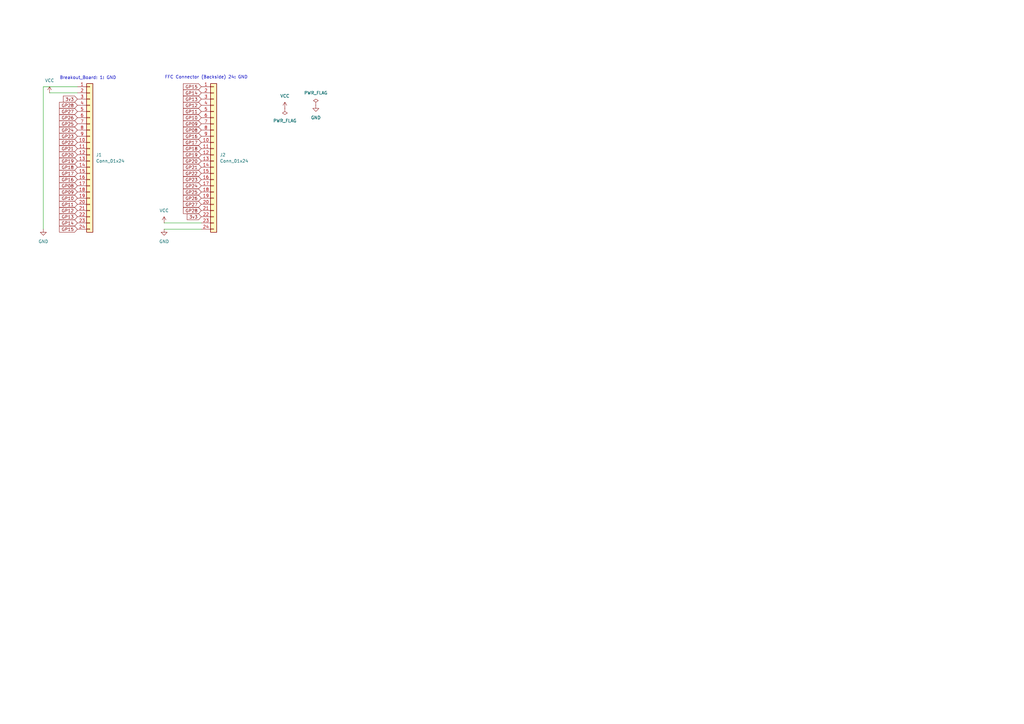
<source format=kicad_sch>
(kicad_sch (version 20250114) (generator "eeschema") (generator_version "9.0")
  (paper "A3")
  (lib_symbols
    (symbol "Connector_Generic:Conn_01x24" (pin_names (offset 1.016) (hide yes))
      (property "Reference" "J" (at 0 30.48 0))
      (property "Value" "Conn_01x24" (at 0 -33.02 0))
      (symbol "Conn_01x24_1_1"
        (rectangle (start -1.27 29.21) (end 1.27 -31.75) (stroke (width 0.254)) (fill (type background)))
        (rectangle (start -1.27 28.067) (end 0 27.813) (stroke (width 0.1524)))
        (rectangle (start -1.27 25.527) (end 0 25.273) (stroke (width 0.1524)))
        (rectangle (start -1.27 22.987) (end 0 22.733) (stroke (width 0.1524)))
        (rectangle (start -1.27 20.447) (end 0 20.193) (stroke (width 0.1524)))
        (rectangle (start -1.27 17.907) (end 0 17.653) (stroke (width 0.1524)))
        (rectangle (start -1.27 15.367) (end 0 15.113) (stroke (width 0.1524)))
        (rectangle (start -1.27 12.827) (end 0 12.573) (stroke (width 0.1524)))
        (rectangle (start -1.27 10.287) (end 0 10.033) (stroke (width 0.1524)))
        (rectangle (start -1.27 7.747) (end 0 7.493) (stroke (width 0.1524)))
        (rectangle (start -1.27 5.207) (end 0 4.953) (stroke (width 0.1524)))
        (rectangle (start -1.27 2.667) (end 0 2.413) (stroke (width 0.1524)))
        (rectangle (start -1.27 0.127) (end 0 -0.127) (stroke (width 0.1524)))
        (rectangle (start -1.27 -2.413) (end 0 -2.667) (stroke (width 0.1524)))
        (rectangle (start -1.27 -4.953) (end 0 -5.207) (stroke (width 0.1524)))
        (rectangle (start -1.27 -7.493) (end 0 -7.747) (stroke (width 0.1524)))
        (rectangle (start -1.27 -10.033) (end 0 -10.287) (stroke (width 0.1524)))
        (rectangle (start -1.27 -12.573) (end 0 -12.827) (stroke (width 0.1524)))
        (rectangle (start -1.27 -15.113) (end 0 -15.367) (stroke (width 0.1524)))
        (rectangle (start -1.27 -17.653) (end 0 -17.907) (stroke (width 0.1524)))
        (rectangle (start -1.27 -20.193) (end 0 -20.447) (stroke (width 0.1524)))
        (rectangle (start -1.27 -22.733) (end 0 -22.987) (stroke (width 0.1524)))
        (rectangle (start -1.27 -25.273) (end 0 -25.527) (stroke (width 0.1524)))
        (rectangle (start -1.27 -27.813) (end 0 -28.067) (stroke (width 0.1524)))
        (rectangle (start -1.27 -30.353) (end 0 -30.607) (stroke (width 0.1524)))
        (pin passive line (at -5.08 27.94 0) (length 3.81) (name "Pin_1") (number "1"))
        (pin passive line (at -5.08 25.4 0) (length 3.81) (name "Pin_2") (number "2"))
        (pin passive line (at -5.08 22.86 0) (length 3.81) (name "Pin_3") (number "3"))
        (pin passive line (at -5.08 20.32 0) (length 3.81) (name "Pin_4") (number "4"))
        (pin passive line (at -5.08 17.78 0) (length 3.81) (name "Pin_5") (number "5"))
        (pin passive line (at -5.08 15.24 0) (length 3.81) (name "Pin_6") (number "6"))
        (pin passive line (at -5.08 12.7 0) (length 3.81) (name "Pin_7") (number "7"))
        (pin passive line (at -5.08 10.16 0) (length 3.81) (name "Pin_8") (number "8"))
        (pin passive line (at -5.08 7.62 0) (length 3.81) (name "Pin_9") (number "9"))
        (pin passive line (at -5.08 5.08 0) (length 3.81) (name "Pin_10") (number "10"))
        (pin passive line (at -5.08 2.54 0) (length 3.81) (name "Pin_11") (number "11"))
        (pin passive line (at -5.08 0 0) (length 3.81) (name "Pin_12") (number "12"))
        (pin passive line (at -5.08 -2.54 0) (length 3.81) (name "Pin_13") (number "13"))
        (pin passive line (at -5.08 -5.08 0) (length 3.81) (name "Pin_14") (number "14"))
        (pin passive line (at -5.08 -7.62 0) (length 3.81) (name "Pin_15") (number "15"))
        (pin passive line (at -5.08 -10.16 0) (length 3.81) (name "Pin_16") (number "16"))
        (pin passive line (at -5.08 -12.7 0) (length 3.81) (name "Pin_17") (number "17"))
        (pin passive line (at -5.08 -15.24 0) (length 3.81) (name "Pin_18") (number "18"))
        (pin passive line (at -5.08 -17.78 0) (length 3.81) (name "Pin_19") (number "19"))
        (pin passive line (at -5.08 -20.32 0) (length 3.81) (name "Pin_20") (number "20"))
        (pin passive line (at -5.08 -22.86 0) (length 3.81) (name "Pin_21") (number "21"))
        (pin passive line (at -5.08 -25.4 0) (length 3.81) (name "Pin_22") (number "22"))
        (pin passive line (at -5.08 -27.94 0) (length 3.81) (name "Pin_23") (number "23"))
        (pin passive line (at -5.08 -30.48 0) (length 3.81) (name "Pin_24") (number "24"))
      )
    )
    (symbol "power:GND" (power) (pin_numbers (hide yes)) (pin_names (offset 0) (hide yes))
      (property "Value" "GND" (at 0 -3.81 0))
      (symbol "GND_0_1"
        (polyline (pts (xy 0 0) (xy 0 -1.27) (xy 1.27 -1.27) (xy 0 -2.54) (xy -1.27 -1.27) (xy 0 -1.27)))
      )
      (symbol "GND_1_1"
        (pin power_in line (at 0 0 270) (length 0) (name "~") (number "1"))
      )
    )
    (symbol "power:PWR_FLAG" (power) (pin_numbers (hide yes)) (pin_names (offset 0) (hide yes))
      (property "Value" "PWR_FLAG" (at 0 3.81 0))
      (symbol "PWR_FLAG_0_0"
        (pin power_out line (at 0 0 90) (length 0) (name "~") (number "1"))
      )
      (symbol "PWR_FLAG_0_1"
        (polyline (pts (xy 0 0) (xy 0 1.27) (xy -1.016 1.905) (xy 0 2.54) (xy 1.016 1.905) (xy 0 1.27)))
      )
    )
    (symbol "power:VCC" (power) (pin_numbers (hide yes)) (pin_names (offset 0) (hide yes))
      (property "Value" "VCC" (at 0 3.556 0))
      (symbol "VCC_0_1"
        (polyline (pts (xy -0.762 1.27) (xy 0 2.54)))
        (polyline (pts (xy 0 2.54) (xy 0.762 1.27)))
        (polyline (pts (xy 0 0) (xy 0 2.54)))
      )
      (symbol "VCC_1_1"
        (pin power_in line (at 0 0 90) (length 0) (name "~") (number "1"))
      )
    )
  )
  (text "Breakout_Board: 1: GND" (at 36.068 32.004 0) (effects (font (size 1.27 1.27))))
  (text "FFC Connector (Backside) 24: GND" (at 84.582 31.75 0) (effects (font (size 1.27 1.27))))
  (wire (pts (xy 20.32 38.1) (xy 31.75 38.1)))
  (wire (pts (xy 31.75 35.56) (xy 17.78 35.56)))
  (wire (pts (xy 17.78 35.56) (xy 17.78 93.98)))
  (wire (pts (xy 67.31 91.44) (xy 82.55 91.44)))
  (wire (pts (xy 67.31 93.98) (xy 82.55 93.98)))
  (global_label "GP28" (shape input) (at 82.55 86.36 180) (property "Intersheetrefs" "${INTERSHEET_REFS}" (effects (hide yes))))
  (global_label "GP11" (shape input) (at 82.55 45.72 180) (property "Intersheetrefs" "${INTERSHEET_REFS}" (effects (hide yes))))
  (global_label "GP20" (shape input) (at 31.75 63.5 180) (property "Intersheetrefs" "${INTERSHEET_REFS}" (effects (hide yes))))
  (global_label "GP16" (shape input) (at 82.55 55.88 180) (property "Intersheetrefs" "${INTERSHEET_REFS}" (effects (hide yes))))
  (global_label "GP13" (shape input) (at 31.75 88.9 180) (property "Intersheetrefs" "${INTERSHEET_REFS}" (effects (hide yes))))
  (global_label "GP10" (shape input) (at 31.75 81.28 180) (property "Intersheetrefs" "${INTERSHEET_REFS}" (effects (hide yes))))
  (global_label "GP23" (shape input) (at 31.75 55.88 180) (property "Intersheetrefs" "${INTERSHEET_REFS}" (effects (hide yes))))
  (global_label "GP08" (shape input) (at 82.55 53.34 180) (property "Intersheetrefs" "${INTERSHEET_REFS}" (effects (hide yes))))
  (global_label "GP12" (shape input) (at 82.55 43.18 180) (property "Intersheetrefs" "${INTERSHEET_REFS}" (effects (hide yes))))
  (global_label "GP11" (shape input) (at 31.75 83.82 180) (property "Intersheetrefs" "${INTERSHEET_REFS}" (effects (hide yes))))
  (global_label "GP22" (shape input) (at 82.55 71.12 180) (property "Intersheetrefs" "${INTERSHEET_REFS}" (effects (hide yes))))
  (global_label "3v3" (shape input) (at 31.75 40.64 180) (property "Intersheetrefs" "${INTERSHEET_REFS}" (effects (hide yes))))
  (global_label "GP25" (shape input) (at 82.55 78.74 180) (property "Intersheetrefs" "${INTERSHEET_REFS}" (effects (hide yes))))
  (global_label "GP18" (shape input) (at 82.55 60.96 180) (property "Intersheetrefs" "${INTERSHEET_REFS}" (effects (hide yes))))
  (global_label "GP12" (shape input) (at 31.75 86.36 180) (property "Intersheetrefs" "${INTERSHEET_REFS}" (effects (hide yes))))
  (global_label "GP24" (shape input) (at 31.75 53.34 180) (property "Intersheetrefs" "${INTERSHEET_REFS}" (effects (hide yes))))
  (global_label "GP20" (shape input) (at 82.55 66.04 180) (property "Intersheetrefs" "${INTERSHEET_REFS}" (effects (hide yes))))
  (global_label "3v3" (shape input) (at 82.55 88.9 180) (property "Intersheetrefs" "${INTERSHEET_REFS}" (effects (hide yes))))
  (global_label "GP28" (shape input) (at 31.75 43.18 180) (property "Intersheetrefs" "${INTERSHEET_REFS}" (effects (hide yes))))
  (global_label "GP08" (shape input) (at 31.75 76.2 180) (property "Intersheetrefs" "${INTERSHEET_REFS}" (effects (hide yes))))
  (global_label "GP17" (shape input) (at 31.75 71.12 180) (property "Intersheetrefs" "${INTERSHEET_REFS}" (effects (hide yes))))
  (global_label "GP16" (shape input) (at 31.75 73.66 180) (property "Intersheetrefs" "${INTERSHEET_REFS}" (effects (hide yes))))
  (global_label "GP19" (shape input) (at 82.55 63.5 180) (property "Intersheetrefs" "${INTERSHEET_REFS}" (effects (hide yes))))
  (global_label "GP22" (shape input) (at 31.75 58.42 180) (property "Intersheetrefs" "${INTERSHEET_REFS}" (effects (hide yes))))
  (global_label "GP19" (shape input) (at 31.75 66.04 180) (property "Intersheetrefs" "${INTERSHEET_REFS}" (effects (hide yes))))
  (global_label "GP14" (shape input) (at 82.55 38.1 180) (property "Intersheetrefs" "${INTERSHEET_REFS}" (effects (hide yes))))
  (global_label "GP13" (shape input) (at 82.55 40.64 180) (property "Intersheetrefs" "${INTERSHEET_REFS}" (effects (hide yes))))
  (global_label "GP18" (shape input) (at 31.75 68.58 180) (property "Intersheetrefs" "${INTERSHEET_REFS}" (effects (hide yes))))
  (global_label "GP25" (shape input) (at 31.75 50.8 180) (property "Intersheetrefs" "${INTERSHEET_REFS}" (effects (hide yes))))
  (global_label "GP26" (shape input) (at 31.75 48.26 180) (property "Intersheetrefs" "${INTERSHEET_REFS}" (effects (hide yes))))
  (global_label "GP23" (shape input) (at 82.55 73.66 180) (property "Intersheetrefs" "${INTERSHEET_REFS}" (effects (hide yes))))
  (global_label "GP21" (shape input) (at 82.55 68.58 180) (property "Intersheetrefs" "${INTERSHEET_REFS}" (effects (hide yes))))
  (global_label "GP27" (shape input) (at 82.55 83.82 180) (property "Intersheetrefs" "${INTERSHEET_REFS}" (effects (hide yes))))
  (global_label "GP21" (shape input) (at 31.75 60.96 180) (property "Intersheetrefs" "${INTERSHEET_REFS}" (effects (hide yes))))
  (global_label "GP26" (shape input) (at 82.55 81.28 180) (property "Intersheetrefs" "${INTERSHEET_REFS}" (effects (hide yes))))
  (global_label "GP10" (shape input) (at 82.55 48.26 180) (property "Intersheetrefs" "${INTERSHEET_REFS}" (effects (hide yes))))
  (global_label "GP15" (shape input) (at 31.75 93.98 180) (property "Intersheetrefs" "${INTERSHEET_REFS}" (effects (hide yes))))
  (global_label "GP14" (shape input) (at 31.75 91.44 180) (property "Intersheetrefs" "${INTERSHEET_REFS}" (effects (hide yes))))
  (global_label "GP09" (shape input) (at 82.55 50.8 180) (property "Intersheetrefs" "${INTERSHEET_REFS}" (effects (hide yes))))
  (global_label "GP27" (shape input) (at 31.75 45.72 180) (property "Intersheetrefs" "${INTERSHEET_REFS}" (effects (hide yes))))
  (global_label "GP24" (shape input) (at 82.55 76.2 180) (property "Intersheetrefs" "${INTERSHEET_REFS}" (effects (hide yes))))
  (global_label "GP17" (shape input) (at 82.55 58.42 180) (property "Intersheetrefs" "${INTERSHEET_REFS}" (effects (hide yes))))
  (global_label "GP09" (shape input) (at 31.75 78.74 180) (property "Intersheetrefs" "${INTERSHEET_REFS}" (effects (hide yes))))
  (global_label "GP15" (shape input) (at 82.55 35.56 180) (property "Intersheetrefs" "${INTERSHEET_REFS}" (effects (hide yes))))
  (symbol (lib_id "Connector_Generic:Conn_01x24") (at 36.83 63.5 0) (unit 1)
    (property "Reference" "J1" (at 39.37 63.4999 0) (effects (justify left)))
    (property "Value" "Conn_01x24" (at 39.37 66.0399 0) (effects (justify left)))
    (property "Footprint" "Rikkodo_FootPrint:rkd_picot_breakout" (effects (hide yes)))
    (property "Description" "Generic connector, single row, 01x24, script generated (kicad-library-utils/schlib/autogen/connector/)" (effects (hide yes)))
  )
  (symbol (lib_id "power:GND") (at 129.54 43.18 0) (unit 1)
    (property "Reference" "#PWR06" (effects (hide yes)))
    (property "Value" "GND" (at 129.54 48.26 0))
    (property "Description" "Power symbol creates a global label with name \"GND\" , ground" (effects (hide yes)))
  )
  (symbol (lib_id "power:VCC") (at 116.84 44.45 0) (unit 1)
    (property "Reference" "#PWR05" (effects (hide yes)))
    (property "Value" "VCC" (at 116.84 39.37 0))
    (property "Description" "Power symbol creates a global label with name \"VCC\"" (effects (hide yes)))
  )
  (symbol (lib_id "power:VCC") (at 20.32 38.1 0) (unit 1)
    (property "Reference" "#PWR02" (effects (hide yes)))
    (property "Value" "VCC" (at 20.32 33.02 0))
    (property "Description" "Power symbol creates a global label with name \"VCC\"" (effects (hide yes)))
  )
  (symbol (lib_id "power:VCC") (at 67.31 91.44 0) (unit 1)
    (property "Reference" "#PWR03" (effects (hide yes)))
    (property "Value" "VCC" (at 67.31 86.36 0))
    (property "Description" "Power symbol creates a global label with name \"VCC\"" (effects (hide yes)))
  )
  (symbol (lib_id "power:PWR_FLAG") (at 116.84 44.45 180) (unit 1)
    (property "Reference" "#FLG01" (effects (hide yes)))
    (property "Value" "PWR_FLAG" (at 116.84 49.53 0))
    (property "Description" "Special symbol for telling ERC where power comes from" (effects (hide yes)))
  )
  (symbol (lib_id "power:PWR_FLAG") (at 129.54 43.18 0) (unit 1)
    (property "Reference" "#FLG02" (effects (hide yes)))
    (property "Value" "PWR_FLAG" (at 129.54 38.1 0))
    (property "Description" "Special symbol for telling ERC where power comes from" (effects (hide yes)))
  )
  (symbol (lib_id "power:GND") (at 67.31 93.98 0) (unit 1)
    (property "Reference" "#PWR04" (effects (hide yes)))
    (property "Value" "GND" (at 67.31 99.06 0))
    (property "Description" "Power symbol creates a global label with name \"GND\" , ground" (effects (hide yes)))
  )
  (symbol (lib_id "power:GND") (at 17.78 93.98 0) (unit 1)
    (property "Reference" "#PWR01" (effects (hide yes)))
    (property "Value" "GND" (at 17.78 99.06 0))
    (property "Description" "Power symbol creates a global label with name \"GND\" , ground" (effects (hide yes)))
  )
  (symbol (lib_id "Connector_Generic:Conn_01x24") (at 87.63 63.5 0) (unit 1)
    (property "Reference" "J2" (at 90.17 63.4999 0) (effects (justify left)))
    (property "Value" "Conn_01x24" (at 90.17 66.0399 0) (effects (justify left)))
    (property "Footprint" "Connector_FFC-FPC:Hirose_FH12-24S-0.5SH_1x24-1MP_P0.50mm_Horizontal" (effects (hide yes)))
    (property "Description" "Generic connector, single row, 01x24, script generated (kicad-library-utils/schlib/autogen/connector/)" (effects (hide yes)))
  )
)
</source>
